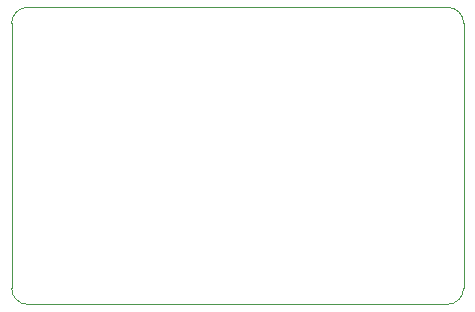
<source format=gm1>
G04 #@! TF.GenerationSoftware,KiCad,Pcbnew,8.0.1*
G04 #@! TF.CreationDate,2024-03-31T17:13:02+03:00*
G04 #@! TF.ProjectId,Piezo module,5069657a-6f20-46d6-9f64-756c652e6b69,rev?*
G04 #@! TF.SameCoordinates,Original*
G04 #@! TF.FileFunction,Profile,NP*
%FSLAX46Y46*%
G04 Gerber Fmt 4.6, Leading zero omitted, Abs format (unit mm)*
G04 Created by KiCad (PCBNEW 8.0.1) date 2024-03-31 17:13:02*
%MOMM*%
%LPD*%
G01*
G04 APERTURE LIST*
G04 #@! TA.AperFunction,Profile*
%ADD10C,0.050000*%
G04 #@! TD*
G04 APERTURE END LIST*
D10*
X134014500Y-113535000D02*
G75*
G02*
X132664500Y-112185000I0J1350000D01*
G01*
X132664500Y-89745000D02*
X132664500Y-112185000D01*
X132664500Y-89745000D02*
G75*
G02*
X134014500Y-88395000I1350000J0D01*
G01*
X170930500Y-89745000D02*
X170930500Y-112185000D01*
X169580500Y-88395000D02*
G75*
G02*
X170930500Y-89745000I0J-1350000D01*
G01*
X134014500Y-88395000D02*
X169580500Y-88395000D01*
X170930500Y-112185000D02*
G75*
G02*
X169580500Y-113535000I-1350000J0D01*
G01*
X169580500Y-113535000D02*
X134014500Y-113535000D01*
M02*

</source>
